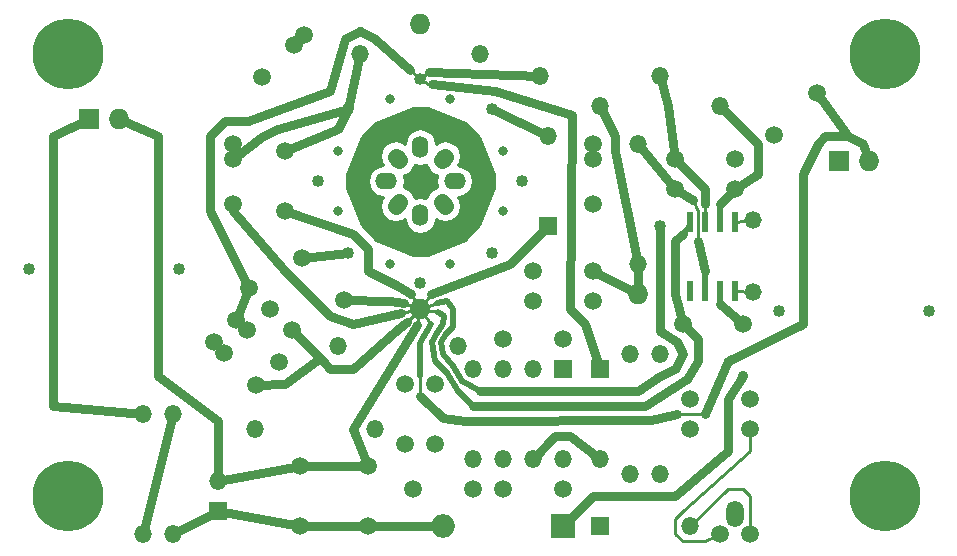
<source format=gtl>
G04 (created by PCBNEW (22-Jun-2014 BZR 4027)-stable) date Mon 25 Jun 2018 12:33:54 AM CDT*
%MOIN*%
G04 Gerber Fmt 3.4, Leading zero omitted, Abs format*
%FSLAX34Y34*%
G01*
G70*
G90*
G04 APERTURE LIST*
%ADD10C,0.00590551*%
%ADD11C,0.059*%
%ADD12O,0.059X0.0885*%
%ADD13O,0.059X0.059*%
%ADD14R,0.059X0.059*%
%ADD15C,0.23622*%
%ADD16O,0.069X0.069*%
%ADD17R,0.019X0.07*%
%ADD18O,0.058X0.058*%
%ADD19C,0.056*%
%ADD20O,0.072X0.056*%
%ADD21O,0.056X0.072*%
%ADD22O,0.032X0.032*%
%ADD23R,0.069X0.069*%
%ADD24O,0.04X0.04*%
%ADD25R,0.079X0.079*%
%ADD26O,0.079X0.079*%
%ADD27C,0.035*%
%ADD28C,0.04*%
%ADD29C,0.01*%
%ADD30C,0.03*%
%ADD31C,0.02*%
G04 APERTURE END LIST*
G54D10*
G54D11*
X95750Y-44250D03*
G54D12*
X96250Y-43602D03*
G54D11*
X96750Y-44250D03*
G54D13*
X92750Y-38250D03*
X92750Y-42250D03*
X93750Y-42250D03*
X93750Y-38250D03*
X83000Y-38000D03*
X87000Y-38000D03*
X83750Y-28250D03*
X87750Y-28250D03*
X84250Y-40750D03*
X80250Y-40750D03*
G54D14*
X90500Y-38750D03*
G54D13*
X89500Y-38750D03*
X88500Y-38750D03*
X87500Y-38750D03*
X87500Y-41750D03*
X88500Y-41750D03*
X90500Y-41750D03*
X89500Y-41750D03*
G54D15*
X101250Y-28250D03*
G54D11*
X94750Y-40750D03*
X96750Y-40750D03*
X91500Y-36500D03*
X89500Y-36500D03*
X85250Y-41250D03*
X85250Y-39250D03*
X86250Y-41250D03*
X86250Y-39250D03*
X88500Y-42750D03*
X90500Y-42750D03*
X81792Y-35042D03*
X83207Y-36457D03*
X81250Y-31500D03*
X81250Y-33500D03*
X96750Y-39750D03*
X94750Y-39750D03*
X90500Y-37750D03*
X88500Y-37750D03*
X87500Y-42750D03*
X85500Y-42750D03*
G54D16*
X85750Y-36750D03*
G54D11*
X81883Y-27616D03*
X80469Y-29030D03*
X81530Y-27969D03*
X79500Y-31250D03*
X79500Y-33250D03*
X79500Y-31750D03*
X91500Y-31250D03*
X91500Y-33250D03*
X91500Y-31750D03*
G54D15*
X74000Y-43000D03*
G54D16*
X85750Y-27250D03*
G54D17*
X96250Y-33850D03*
X95750Y-33850D03*
X95250Y-33850D03*
X94750Y-33850D03*
X94750Y-36150D03*
X95250Y-36150D03*
X95750Y-36150D03*
X96250Y-36150D03*
G54D13*
X89750Y-29000D03*
X93750Y-29000D03*
X95750Y-30000D03*
X91750Y-30000D03*
X93000Y-31250D03*
X93000Y-35250D03*
G54D11*
X94250Y-31750D03*
X96250Y-31750D03*
X96250Y-32750D03*
X94250Y-32750D03*
X96500Y-37250D03*
X94500Y-37250D03*
G54D16*
X93000Y-36250D03*
G54D11*
X79616Y-37116D03*
X81030Y-38530D03*
X79969Y-37469D03*
X78866Y-37866D03*
X80280Y-39280D03*
X79219Y-38219D03*
X80042Y-36042D03*
X81457Y-37457D03*
X80750Y-36750D03*
G54D18*
X96850Y-33800D03*
X96850Y-36200D03*
G54D19*
X85042Y-31792D02*
X84929Y-31679D01*
X86570Y-31679D02*
X86457Y-31792D01*
G54D20*
X86890Y-32500D03*
G54D21*
X85750Y-31359D03*
G54D19*
X86570Y-33320D02*
X86457Y-33207D01*
G54D21*
X85750Y-33640D03*
G54D19*
X85042Y-33207D02*
X84929Y-33320D01*
G54D20*
X84609Y-32500D03*
G54D11*
X84000Y-44000D03*
X84000Y-42000D03*
X91500Y-35500D03*
X89500Y-35500D03*
G54D22*
X85750Y-32500D03*
X86500Y-30750D03*
X87500Y-31750D03*
X87500Y-33250D03*
X86500Y-34250D03*
X85000Y-34250D03*
X84000Y-33250D03*
X84000Y-31750D03*
X85000Y-30750D03*
G54D15*
X74000Y-28250D03*
X101250Y-43000D03*
G54D22*
X84750Y-29750D03*
X86750Y-29750D03*
X88500Y-31500D03*
X88500Y-33500D03*
X83000Y-31500D03*
X83000Y-33500D03*
X84750Y-35250D03*
X86750Y-35250D03*
G54D13*
X77500Y-44250D03*
X77500Y-40250D03*
X76500Y-44250D03*
X76500Y-40250D03*
G54D23*
X99696Y-31811D03*
G54D16*
X100696Y-31811D03*
G54D24*
X97696Y-36811D03*
X102696Y-36811D03*
G54D14*
X79000Y-43500D03*
G54D13*
X79000Y-42500D03*
G54D11*
X81750Y-44000D03*
X81750Y-42000D03*
G54D14*
X91750Y-44000D03*
G54D13*
X94750Y-44000D03*
G54D14*
X90000Y-34000D03*
G54D13*
X90000Y-31000D03*
G54D14*
X91750Y-38750D03*
G54D13*
X91750Y-41750D03*
G54D25*
X90500Y-44000D03*
G54D26*
X86500Y-44000D03*
G54D23*
X74696Y-30433D03*
G54D16*
X75696Y-30433D03*
G54D24*
X72696Y-35433D03*
X77696Y-35433D03*
G54D11*
X97542Y-30957D03*
X98957Y-29542D03*
G54D27*
X96500Y-39000D03*
G54D28*
X89150Y-32500D03*
X82350Y-32500D03*
X88150Y-30100D03*
X88150Y-34900D03*
X83350Y-30100D03*
X83350Y-34900D03*
X85750Y-29100D03*
X93750Y-34000D03*
X85750Y-35900D03*
G54D29*
X96250Y-36150D02*
X96850Y-36200D01*
X96250Y-33850D02*
X96850Y-33800D01*
G54D30*
X96000Y-39750D02*
X96500Y-39000D01*
X90500Y-44000D02*
X91500Y-43000D01*
X96000Y-41500D02*
X96000Y-39750D01*
X94250Y-43000D02*
X96000Y-41500D01*
X91500Y-43000D02*
X94250Y-43000D01*
X96500Y-37250D02*
X96500Y-37250D01*
G54D31*
X95750Y-36500D02*
X95750Y-36600D01*
G54D30*
X95750Y-36600D02*
X96500Y-37250D01*
G54D29*
X95750Y-44250D02*
X95250Y-44500D01*
X96750Y-41500D02*
X96750Y-40750D01*
X94500Y-43500D02*
X96750Y-41500D01*
X94250Y-43750D02*
X94500Y-43500D01*
X94250Y-44000D02*
X94250Y-43750D01*
X94250Y-44250D02*
X94250Y-44000D01*
X94500Y-44500D02*
X94250Y-44250D01*
X95250Y-44500D02*
X94500Y-44500D01*
G54D30*
X93750Y-29000D02*
X94000Y-30000D01*
X94000Y-30000D02*
X94250Y-31750D01*
G54D29*
X95250Y-33850D02*
X95250Y-33250D01*
G54D30*
X95250Y-32750D02*
X94250Y-31750D01*
X95250Y-32750D02*
X95250Y-33250D01*
G54D29*
X95250Y-33250D02*
X95250Y-33250D01*
X95250Y-33250D02*
X95250Y-33250D01*
G54D30*
X95750Y-30000D02*
X97000Y-31250D01*
X97000Y-32250D02*
X96250Y-32750D01*
X97000Y-31250D02*
X97000Y-32250D01*
G54D31*
X95750Y-33850D02*
X95750Y-33250D01*
G54D30*
X95750Y-33250D02*
X96250Y-32750D01*
X93000Y-31250D02*
X94250Y-32750D01*
G54D29*
X95000Y-34500D02*
X95000Y-33500D01*
G54D31*
X95250Y-36150D02*
X95250Y-35250D01*
G54D30*
X95000Y-34500D02*
X95250Y-35500D01*
G54D31*
X95250Y-35500D02*
X95250Y-35250D01*
G54D29*
X95000Y-33500D02*
X94826Y-33134D01*
G54D30*
X94826Y-33134D02*
X94250Y-32750D01*
X84000Y-44000D02*
X86500Y-44000D01*
X81750Y-44000D02*
X84000Y-44000D01*
X79000Y-43500D02*
X81750Y-44000D01*
X77500Y-44250D02*
X79000Y-43500D01*
X88150Y-30100D02*
X90000Y-31000D01*
X89500Y-41750D02*
X90250Y-41000D01*
X90750Y-41000D02*
X91750Y-41750D01*
X90250Y-41000D02*
X90750Y-41000D01*
G54D29*
X94750Y-44000D02*
X96000Y-42750D01*
X96750Y-43000D02*
X96750Y-44250D01*
X96500Y-42750D02*
X96750Y-43000D01*
X96000Y-42750D02*
X96500Y-42750D01*
G54D30*
X83350Y-30100D02*
X81000Y-30750D01*
X80500Y-31000D02*
X79500Y-31750D01*
X81000Y-30750D02*
X80500Y-31000D01*
X83350Y-30100D02*
X83750Y-28250D01*
X81250Y-31500D02*
X83000Y-30750D01*
X83000Y-30750D02*
X83350Y-30100D01*
X81792Y-35042D02*
X83350Y-34900D01*
G54D29*
X83000Y-38000D02*
X83000Y-38000D01*
G54D30*
X74696Y-30433D02*
X73500Y-31000D01*
X73500Y-40000D02*
X76500Y-40250D01*
X73500Y-31000D02*
X73500Y-40000D01*
X77500Y-40250D02*
X76500Y-44250D01*
X91500Y-35500D02*
X93000Y-36250D01*
X93000Y-35250D02*
X93000Y-36250D01*
X91750Y-30000D02*
X92250Y-31000D01*
X92250Y-31500D02*
X93000Y-35250D01*
X92250Y-31000D02*
X92250Y-31500D01*
X90800Y-30300D02*
X88250Y-29500D01*
X80042Y-36042D02*
X79616Y-37116D01*
X79616Y-37116D02*
X79969Y-37469D01*
X80042Y-36042D02*
X78750Y-33500D01*
X83250Y-27750D02*
X82750Y-29500D01*
X82750Y-29500D02*
X80000Y-30500D01*
X80000Y-30500D02*
X79250Y-30500D01*
X79250Y-30500D02*
X78750Y-31000D01*
X78750Y-31000D02*
X78750Y-33500D01*
X84250Y-27750D02*
X85400Y-28785D01*
G54D29*
X85400Y-28785D02*
X85750Y-29100D01*
G54D30*
X83750Y-27500D02*
X83250Y-27750D01*
X84250Y-27750D02*
X83750Y-27500D01*
X89750Y-29000D02*
X86050Y-28850D01*
G54D29*
X86050Y-28850D02*
X85750Y-29100D01*
G54D30*
X88250Y-29500D02*
X86150Y-29268D01*
G54D29*
X86150Y-29268D02*
X86000Y-29250D01*
X86000Y-29250D02*
X85750Y-29100D01*
G54D30*
X91750Y-38750D02*
X91250Y-37250D01*
X91250Y-37250D02*
X90750Y-36750D01*
X90750Y-36750D02*
X90800Y-30300D01*
X100000Y-31000D02*
X98957Y-29542D01*
X95250Y-40250D02*
X96000Y-38500D01*
X85750Y-39650D02*
X86500Y-40400D01*
G54D31*
X85750Y-39000D02*
X85750Y-37900D01*
G54D29*
X85750Y-36750D02*
X86108Y-37243D01*
G54D31*
X86108Y-37243D02*
X85750Y-37900D01*
G54D29*
X85750Y-39650D02*
X85750Y-39000D01*
G54D30*
X93450Y-40450D02*
X94300Y-40250D01*
X87250Y-40500D02*
X93450Y-40450D01*
X86500Y-40400D02*
X87250Y-40500D01*
G54D29*
X95250Y-40250D02*
X94300Y-40250D01*
G54D30*
X100500Y-31250D02*
X100696Y-31811D01*
X100000Y-31000D02*
X100500Y-31250D01*
X99250Y-31000D02*
X100000Y-31000D01*
X99000Y-31250D02*
X99250Y-31000D01*
X98500Y-32250D02*
X99000Y-31250D01*
X98500Y-37250D02*
X98500Y-32250D01*
X96000Y-38500D02*
X98500Y-37250D01*
G54D31*
X86250Y-38500D02*
X86150Y-37850D01*
G54D29*
X85750Y-36750D02*
X86341Y-36848D01*
G54D31*
X86650Y-38900D02*
X87000Y-39500D01*
X86250Y-38500D02*
X86650Y-38900D01*
G54D30*
X95000Y-37750D02*
X94500Y-37250D01*
X92250Y-40000D02*
X87500Y-40000D01*
X93250Y-40000D02*
X92250Y-40000D01*
X94650Y-39100D02*
X93250Y-40000D01*
X95000Y-38500D02*
X94650Y-39100D01*
X95000Y-37750D02*
X95000Y-38500D01*
G54D31*
X87000Y-39500D02*
X87500Y-40000D01*
X86550Y-37000D02*
X86341Y-36848D01*
X86500Y-37250D02*
X86550Y-37000D01*
X86300Y-37550D02*
X86500Y-37250D01*
X86150Y-37850D02*
X86300Y-37550D01*
X86500Y-38250D02*
X86450Y-37850D01*
G54D30*
X94250Y-38750D02*
X94500Y-38250D01*
X93000Y-39500D02*
X93750Y-39000D01*
X94250Y-38750D02*
X93750Y-39000D01*
X87750Y-39500D02*
X93000Y-39500D01*
X93750Y-37500D02*
X94300Y-37850D01*
X94500Y-38250D02*
X94300Y-37850D01*
G54D31*
X87150Y-39150D02*
X87750Y-39500D01*
X86850Y-38650D02*
X87150Y-39150D01*
X86500Y-38250D02*
X86850Y-38650D01*
X86650Y-36500D02*
X86300Y-36550D01*
X86850Y-36750D02*
X86650Y-36500D01*
X86850Y-37350D02*
X86850Y-36750D01*
X86600Y-37600D02*
X86850Y-37350D01*
X86450Y-37850D02*
X86600Y-37600D01*
G54D30*
X75696Y-30433D02*
X77000Y-31000D01*
X79000Y-40500D02*
X79000Y-42500D01*
X77000Y-39000D02*
X79000Y-40500D01*
X77000Y-31000D02*
X77000Y-39000D01*
X79000Y-42500D02*
X81750Y-42000D01*
X81750Y-42000D02*
X84000Y-42000D01*
X85650Y-37300D02*
X83500Y-40750D01*
G54D29*
X85750Y-36750D02*
X85650Y-37300D01*
G54D30*
X83500Y-40750D02*
X84000Y-42000D01*
G54D29*
X85750Y-36750D02*
X86100Y-36250D01*
G54D30*
X88750Y-35250D02*
X86100Y-36250D01*
X88750Y-35250D02*
X90000Y-34000D01*
G54D31*
X94500Y-34250D02*
X94750Y-34000D01*
X94750Y-34000D02*
X94750Y-33850D01*
G54D30*
X94250Y-34500D02*
X94500Y-34250D01*
X94250Y-36250D02*
X94250Y-34500D01*
X94500Y-37250D02*
X94250Y-36250D01*
X80280Y-39280D02*
X81250Y-39250D01*
X82392Y-38392D02*
X82500Y-38500D01*
X81250Y-39250D02*
X82392Y-38392D01*
X81457Y-37457D02*
X82500Y-38500D01*
X82500Y-38500D02*
X82750Y-38750D01*
G54D29*
X85300Y-37200D02*
X85750Y-36750D01*
G54D30*
X85300Y-37200D02*
X85000Y-37416D01*
X85000Y-37416D02*
X83500Y-38750D01*
X83500Y-38750D02*
X82750Y-38750D01*
X93750Y-37500D02*
X93750Y-34000D01*
G54D31*
X86300Y-36550D02*
X86300Y-36550D01*
G54D29*
X86300Y-36550D02*
X85750Y-36750D01*
G54D31*
X93750Y-37500D02*
X93750Y-37500D01*
G54D29*
X85750Y-36750D02*
X85450Y-36250D01*
G54D30*
X85000Y-36000D02*
X84000Y-35500D01*
X84000Y-35500D02*
X84000Y-34750D01*
X84000Y-34750D02*
X83500Y-34250D01*
X83500Y-34250D02*
X81250Y-33500D01*
X85450Y-36250D02*
X85000Y-36000D01*
X82750Y-37000D02*
X81250Y-35500D01*
X81250Y-35500D02*
X79500Y-33500D01*
X79500Y-33500D02*
X79500Y-33250D01*
X85100Y-36900D02*
X83500Y-37250D01*
G54D29*
X85750Y-36750D02*
X85100Y-36900D01*
G54D30*
X82750Y-37000D02*
X83500Y-37250D01*
G54D29*
X85750Y-36750D02*
X85200Y-36550D01*
G54D30*
X84750Y-36500D02*
X83207Y-36457D01*
X85200Y-36550D02*
X84750Y-36500D01*
X83207Y-36457D02*
X83164Y-36414D01*
G54D10*
G36*
X86307Y-32696D02*
X86245Y-32709D01*
X86073Y-32823D01*
X85959Y-32995D01*
X85946Y-33057D01*
X85750Y-33018D01*
X85553Y-33057D01*
X85541Y-32995D01*
X85426Y-32823D01*
X85254Y-32709D01*
X85192Y-32696D01*
X85231Y-32500D01*
X85192Y-32303D01*
X85254Y-32291D01*
X85426Y-32176D01*
X85541Y-32004D01*
X85553Y-31942D01*
X85750Y-31981D01*
X85946Y-31942D01*
X85959Y-32004D01*
X86073Y-32176D01*
X86245Y-32291D01*
X86307Y-32303D01*
X86268Y-32500D01*
X86307Y-32696D01*
X86307Y-32696D01*
G37*
G54D29*
X86307Y-32696D02*
X86245Y-32709D01*
X86073Y-32823D01*
X85959Y-32995D01*
X85946Y-33057D01*
X85750Y-33018D01*
X85553Y-33057D01*
X85541Y-32995D01*
X85426Y-32823D01*
X85254Y-32709D01*
X85192Y-32696D01*
X85231Y-32500D01*
X85192Y-32303D01*
X85254Y-32291D01*
X85426Y-32176D01*
X85541Y-32004D01*
X85553Y-31942D01*
X85750Y-31981D01*
X85946Y-31942D01*
X85959Y-32004D01*
X86073Y-32176D01*
X86245Y-32291D01*
X86307Y-32303D01*
X86268Y-32500D01*
X86307Y-32696D01*
G54D10*
G36*
X88200Y-32740D02*
X87707Y-33971D01*
X87512Y-34166D01*
X87512Y-32500D01*
X87472Y-32297D01*
X87357Y-32125D01*
X87185Y-32010D01*
X87001Y-31973D01*
X87068Y-31874D01*
X87108Y-31671D01*
X87068Y-31468D01*
X86953Y-31296D01*
X86781Y-31181D01*
X86578Y-31141D01*
X86375Y-31181D01*
X86276Y-31248D01*
X86239Y-31064D01*
X86124Y-30892D01*
X85952Y-30777D01*
X85750Y-30737D01*
X85547Y-30777D01*
X85375Y-30892D01*
X85260Y-31064D01*
X85223Y-31248D01*
X85124Y-31181D01*
X84921Y-31141D01*
X84718Y-31181D01*
X84546Y-31296D01*
X84431Y-31468D01*
X84391Y-31671D01*
X84431Y-31874D01*
X84498Y-31973D01*
X84314Y-32010D01*
X84142Y-32125D01*
X84027Y-32297D01*
X83987Y-32500D01*
X84027Y-32702D01*
X84142Y-32874D01*
X84314Y-32989D01*
X84498Y-33026D01*
X84431Y-33125D01*
X84391Y-33328D01*
X84431Y-33531D01*
X84546Y-33703D01*
X84718Y-33818D01*
X84921Y-33858D01*
X85124Y-33818D01*
X85223Y-33751D01*
X85260Y-33935D01*
X85375Y-34107D01*
X85547Y-34222D01*
X85750Y-34262D01*
X85952Y-34222D01*
X86124Y-34107D01*
X86239Y-33935D01*
X86276Y-33751D01*
X86375Y-33818D01*
X86578Y-33858D01*
X86781Y-33818D01*
X86953Y-33703D01*
X87068Y-33531D01*
X87108Y-33328D01*
X87068Y-33125D01*
X87001Y-33026D01*
X87185Y-32989D01*
X87357Y-32874D01*
X87472Y-32702D01*
X87512Y-32500D01*
X87512Y-34166D01*
X87221Y-34457D01*
X85990Y-34950D01*
X85509Y-34950D01*
X84278Y-34457D01*
X83792Y-33971D01*
X83300Y-32740D01*
X83300Y-32259D01*
X83792Y-31028D01*
X84278Y-30542D01*
X85509Y-30050D01*
X85990Y-30050D01*
X87221Y-30542D01*
X87707Y-31028D01*
X88200Y-32259D01*
X88200Y-32740D01*
X88200Y-32740D01*
G37*
G54D29*
X88200Y-32740D02*
X87707Y-33971D01*
X87512Y-34166D01*
X87512Y-32500D01*
X87472Y-32297D01*
X87357Y-32125D01*
X87185Y-32010D01*
X87001Y-31973D01*
X87068Y-31874D01*
X87108Y-31671D01*
X87068Y-31468D01*
X86953Y-31296D01*
X86781Y-31181D01*
X86578Y-31141D01*
X86375Y-31181D01*
X86276Y-31248D01*
X86239Y-31064D01*
X86124Y-30892D01*
X85952Y-30777D01*
X85750Y-30737D01*
X85547Y-30777D01*
X85375Y-30892D01*
X85260Y-31064D01*
X85223Y-31248D01*
X85124Y-31181D01*
X84921Y-31141D01*
X84718Y-31181D01*
X84546Y-31296D01*
X84431Y-31468D01*
X84391Y-31671D01*
X84431Y-31874D01*
X84498Y-31973D01*
X84314Y-32010D01*
X84142Y-32125D01*
X84027Y-32297D01*
X83987Y-32500D01*
X84027Y-32702D01*
X84142Y-32874D01*
X84314Y-32989D01*
X84498Y-33026D01*
X84431Y-33125D01*
X84391Y-33328D01*
X84431Y-33531D01*
X84546Y-33703D01*
X84718Y-33818D01*
X84921Y-33858D01*
X85124Y-33818D01*
X85223Y-33751D01*
X85260Y-33935D01*
X85375Y-34107D01*
X85547Y-34222D01*
X85750Y-34262D01*
X85952Y-34222D01*
X86124Y-34107D01*
X86239Y-33935D01*
X86276Y-33751D01*
X86375Y-33818D01*
X86578Y-33858D01*
X86781Y-33818D01*
X86953Y-33703D01*
X87068Y-33531D01*
X87108Y-33328D01*
X87068Y-33125D01*
X87001Y-33026D01*
X87185Y-32989D01*
X87357Y-32874D01*
X87472Y-32702D01*
X87512Y-32500D01*
X87512Y-34166D01*
X87221Y-34457D01*
X85990Y-34950D01*
X85509Y-34950D01*
X84278Y-34457D01*
X83792Y-33971D01*
X83300Y-32740D01*
X83300Y-32259D01*
X83792Y-31028D01*
X84278Y-30542D01*
X85509Y-30050D01*
X85990Y-30050D01*
X87221Y-30542D01*
X87707Y-31028D01*
X88200Y-32259D01*
X88200Y-32740D01*
M02*

</source>
